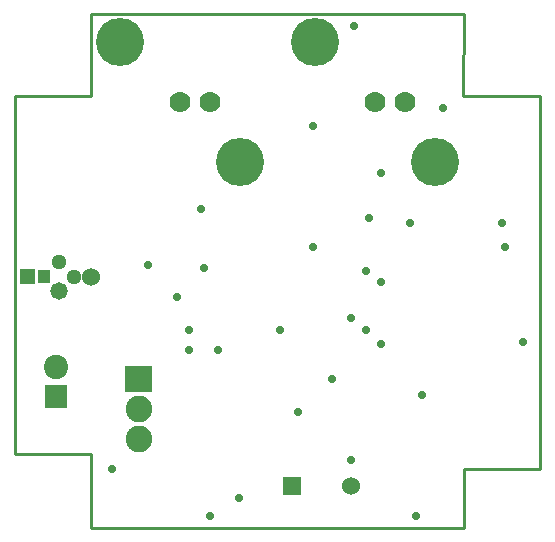
<source format=gbr>
G04 start of page 5 for group 3 idx 7 *
G04 Title: PD-ac, lineout *
G04 Creator: pcb 1.99x *
G04 CreationDate: Fri 09 Jan 2009 03:59:07 PM GMT UTC *
G04 For: kmk *
G04 Format: Gerber/RS-274X *
G04 PCB-Dimensions: 275591 314961 *
G04 PCB-Coordinate-Origin: lower left *
%MOIN*%
%FSLAX24Y24*%
%LNGROUP3*%
%ADD11C,0.0200*%
%ADD13C,0.0250*%
%ADD15C,0.0700*%
%ADD16C,0.1600*%
%ADD17C,0.0600*%
%ADD18C,0.0510*%
%ADD19C,0.0810*%
%ADD20C,0.0887*%
%ADD21C,0.0580*%
%ADD22C,0.0280*%
%ADD23C,0.0098*%
%ADD24C,0.0400*%
%ADD25C,0.0850*%
%ADD26C,0.1200*%
%ADD27C,0.0315*%
%ADD28C,0.0460*%
%ADD29C,0.0450*%
%ADD30C,0.0270*%
%ADD31C,0.0120*%
%ADD38C,0.0100*%
G54D38*X7677Y4133D02*X11417D01*
G54D23*X7677Y6593D02*Y4133D01*
X5117Y6594D02*X7677Y6593D01*
X20079Y6101D02*Y4133D01*
G54D38*X11417Y4133D02*X16437Y4133D01*
G54D23*X16732Y4133D01*
X20079D01*
X22638Y18503D02*Y6101D01*
X20079D02*X22638D01*
X5118Y18503D02*X5117Y6594D01*
X5118Y18503D02*X7677D01*
X20077Y18503D02*X22638Y18503D01*
X7677Y21259D02*Y18503D01*
Y21259D02*X20079D01*
X20077Y18503D01*
G54D15*X17126Y18307D03*
X18126D03*
G54D16*X15126Y20307D03*
X19126Y16307D03*
G54D11*G36*
X5282Y12749D02*Y12249D01*
X5782D01*
Y12749D01*
X5282D01*
G37*
G54D17*X7658Y12499D03*
G54D18*X7086Y12499D03*
G54D11*G36*
X5897Y12704D02*Y12294D01*
X6307D01*
Y12704D01*
X5897D01*
G37*
G54D15*X10629Y18307D03*
X11629D03*
G54D16*X8629Y20307D03*
X12629Y16307D03*
G54D18*X6594Y12991D03*
G54D19*X6496Y9496D03*
G54D11*G36*
X6116Y8876D02*Y8116D01*
X6876D01*
Y8876D01*
X6116D01*
G37*
G36*
X8808Y9530D02*Y8643D01*
X9695D01*
Y9530D01*
X8808D01*
G37*
G54D20*X9252Y8086D03*
Y7086D03*
G54D11*G36*
X14070Y5811D02*Y5211D01*
X14670D01*
Y5811D01*
X14070D01*
G37*
G54D17*X16338Y5511D03*
G54D21*X6594Y12007D03*
G54D22*X8366Y6102D03*
X11318Y14763D03*
X11417Y12795D03*
X10925Y10728D03*
X13976D03*
X14566Y7972D03*
X10925Y10039D03*
X11909D03*
X12598Y5118D03*
X11614Y4527D03*
X15059Y13484D03*
X10531Y11811D03*
X9547Y12893D03*
X21358Y14271D03*
X22047Y10334D03*
X21456Y13484D03*
X19389Y18110D03*
X15059Y17519D03*
X16437Y20866D03*
X16338Y6397D03*
X16830Y10728D03*
X16929Y14468D03*
X16830Y12696D03*
X18307Y14271D03*
X16338Y11122D03*
X17322Y12303D03*
Y15944D03*
Y10236D03*
X15682Y9087D03*
X18503Y4527D03*
X18700Y8563D03*
G54D24*G54D25*G54D26*G54D27*G54D13*G54D26*G54D24*G54D25*G54D13*G54D28*G54D29*G54D24*G54D30*G54D31*M02*

</source>
